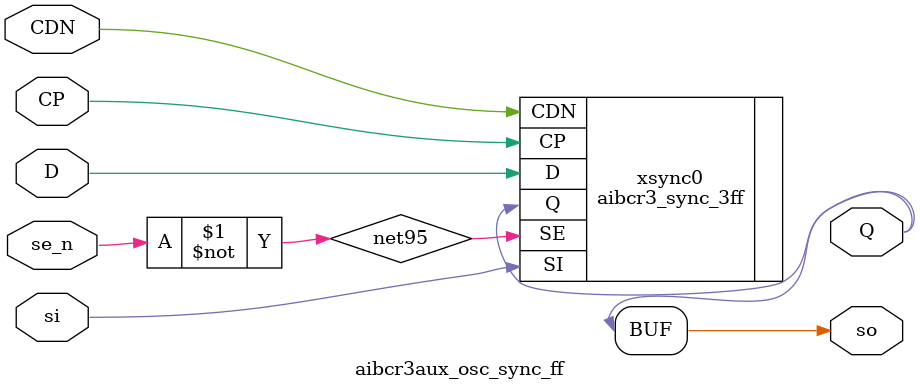
<source format=v>


module aibcr3aux_osc_sync_ff ( Q, so,  
       CDN, CP, D, se_n, si );

output  Q, so;

//inout  inh_BN, inh_BP, inh_VN, inh_VP;

input  CDN, CP, D, se_n, si;

wire net95, se_n, so, Q;


// specify 
//     specparam CDS_LIBNAME  = "aibcraux_lib";
//     specparam CDS_CELLNAME = "aibcraux_osc_sync_ff";
//     specparam CDS_VIEWNAME = "schematic";
// endspecify

assign net95 = ~se_n;
aibcr3_sync_3ff xsync0 (  .SE(net95),     .D(D),  .Q(Q), .CP(CP),  .SI(si),     .CDN(CDN));
assign so = Q;

endmodule


</source>
